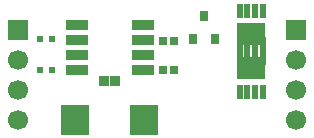
<source format=gbr>
G04*
G04 #@! TF.GenerationSoftware,Altium Limited,Altium Designer,22.4.2 (48)*
G04*
G04 Layer_Color=8388736*
%FSLAX25Y25*%
%MOIN*%
G70*
G04*
G04 #@! TF.SameCoordinates,A57B437F-A86B-4AA4-8399-F8B01B8E29F7*
G04*
G04*
G04 #@! TF.FilePolarity,Negative*
G04*
G01*
G75*
%ADD16R,0.02362X0.02362*%
%ADD17R,0.03150X0.03543*%
%ADD21R,0.07795X0.03622*%
%ADD22R,0.02382X0.04685*%
%ADD23R,0.09587X0.07579*%
%ADD24R,0.03780X0.03622*%
%ADD25R,0.09449X0.10039*%
%ADD26R,0.02953X0.02953*%
%ADD27R,0.06693X0.06693*%
%ADD28C,0.06693*%
D16*
X-34941Y1575D02*
D03*
X-39075D02*
D03*
X-34941Y11811D02*
D03*
X-39075D02*
D03*
D17*
X19488D02*
D03*
X12008D02*
D03*
X15748Y19685D02*
D03*
D21*
X-26713Y16555D02*
D03*
Y11555D02*
D03*
Y6555D02*
D03*
Y1555D02*
D03*
X-4783Y16555D02*
D03*
Y11555D02*
D03*
Y6555D02*
D03*
Y1555D02*
D03*
D22*
X35394Y21398D02*
D03*
X32795D02*
D03*
X30197D02*
D03*
X27598D02*
D03*
Y10098D02*
D03*
X30197D02*
D03*
X32795D02*
D03*
X35394D02*
D03*
X27598Y5650D02*
D03*
X30197D02*
D03*
X32795D02*
D03*
X35394D02*
D03*
Y-5650D02*
D03*
X32795D02*
D03*
X30197D02*
D03*
X27598D02*
D03*
D23*
X31496Y13553D02*
D03*
Y2195D02*
D03*
D24*
X-17677Y-1969D02*
D03*
X-13819D02*
D03*
D25*
X-27264Y-14961D02*
D03*
X-4232D02*
D03*
D26*
X5709Y11417D02*
D03*
X2165D02*
D03*
Y1575D02*
D03*
X5709D02*
D03*
D27*
X46457Y15000D02*
D03*
X-46457D02*
D03*
D28*
X46457Y5000D02*
D03*
Y-5000D02*
D03*
Y-15000D02*
D03*
X-46457Y5000D02*
D03*
Y-5000D02*
D03*
Y-15000D02*
D03*
M02*

</source>
